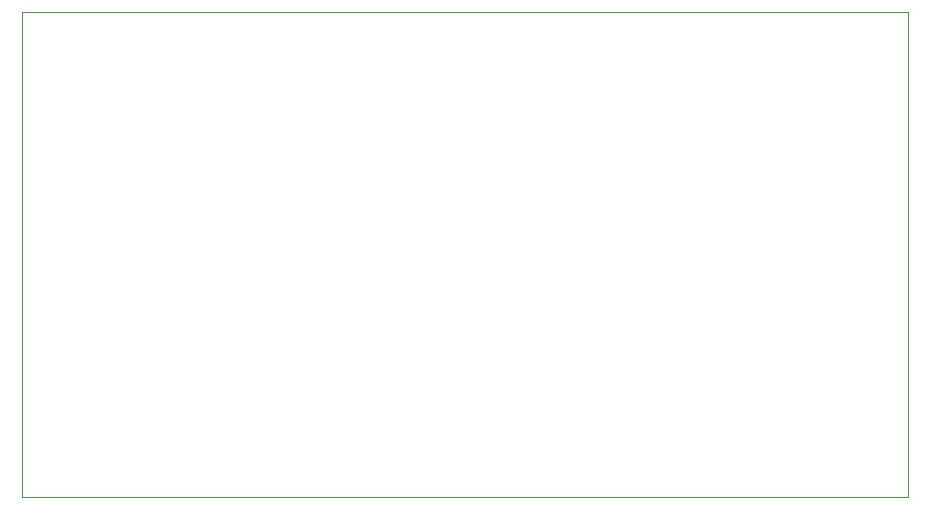
<source format=gbr>
G04 #@! TF.GenerationSoftware,KiCad,Pcbnew,5.99.0-unknown-529461e~100~ubuntu18.04.1*
G04 #@! TF.CreationDate,2019-11-06T10:36:20+01:00*
G04 #@! TF.ProjectId,f9p_board,6639705f-626f-4617-9264-2e6b69636164,rev?*
G04 #@! TF.SameCoordinates,Original*
G04 #@! TF.FileFunction,Profile,NP*
%FSLAX46Y46*%
G04 Gerber Fmt 4.6, Leading zero omitted, Abs format (unit mm)*
G04 Created by KiCad (PCBNEW 5.99.0-unknown-529461e~100~ubuntu18.04.1) date 2019-11-06 10:36:20*
%MOMM*%
%LPD*%
G04 APERTURE LIST*
%ADD10C,0.050000*%
G04 APERTURE END LIST*
D10*
X120000000Y-53000000D02*
X120000000Y-94000000D01*
X45000000Y-53000000D02*
X120000000Y-53000000D01*
X45000000Y-94000000D02*
X45000000Y-53000000D01*
X120000000Y-94000000D02*
X45000000Y-94000000D01*
M02*

</source>
